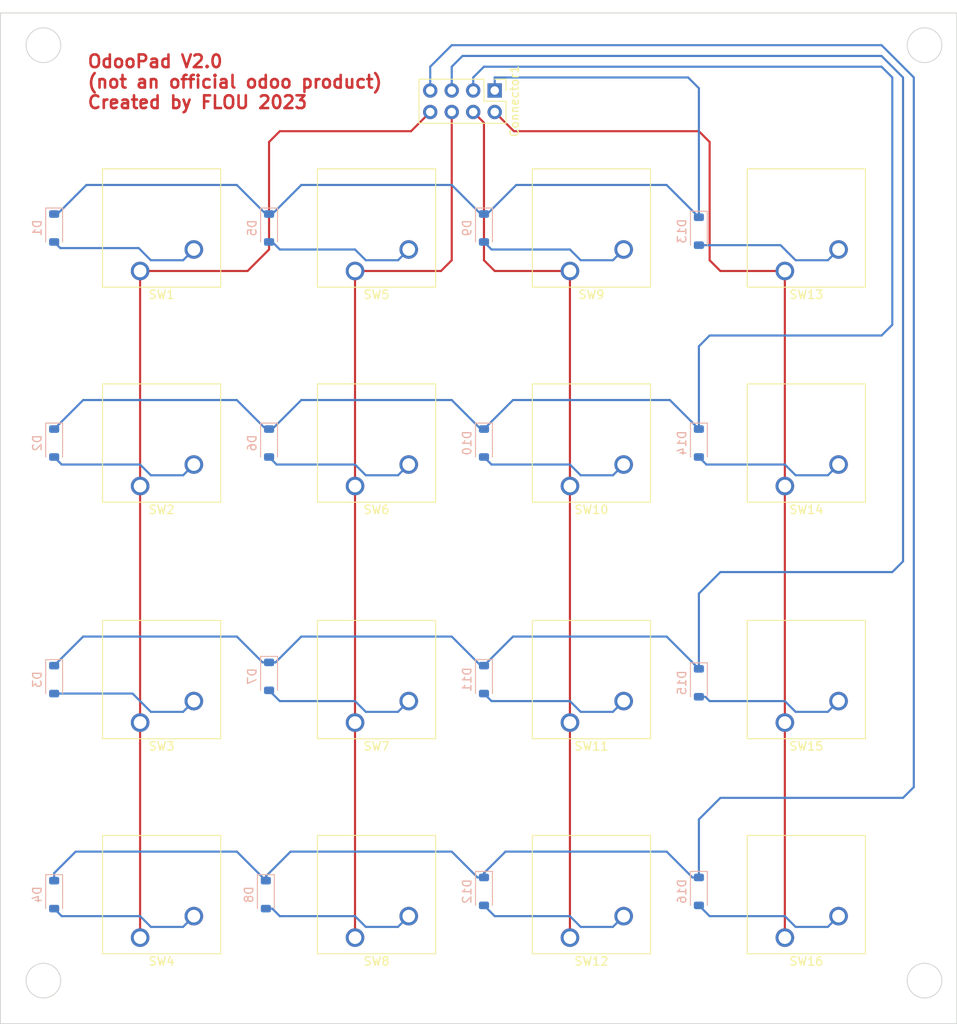
<source format=kicad_pcb>
(kicad_pcb (version 20221018) (generator pcbnew)
  (layers (0 "F.Cu" signal) (31 "B.Cu" signal) (34 "B.Paste" user) (35 "F.Paste" user) (36 "B.SilkS" user "B.Silkscreen") (37 "F.SilkS" user "F.Silkscreen") (38 "B.Mask" user) (39 "F.Mask" user) (44 "Edge.Cuts" user))
  (net 0 "")
  (net 1 "Net-(D1-A)")
  (net 2 "Net-(D2-A)")
  (net 3 "Net-(D3-A)")
  (net 4 "Net-(D4-A)")
  (net 5 "Net-(D5-A)")
  (net 6 "Net-(D6-A)")
  (net 7 "Net-(D7-A)")
  (net 8 "Net-(D8-A)")
  (net 9 "Net-(D9-A)")
  (net 10 "Net-(D10-A)")
  (net 11 "Net-(D11-A)")
  (net 12 "Net-(D12-A)")
  (net 13 "Net-(D13-A)")
  (net 14 "Net-(D14-A)")
  (net 15 "Net-(D15-A)")
  (net 16 "Net-(D16-A)")
  (net 17 "Net-(Connector1-Pin_2)")
  (net 18 "Net-(Connector1-Pin_4)")
  (net 19 "Net-(Connector1-Pin_8)")
  (net 20 "Net-(Connector1-Pin_7)")
  (net 21 "Net-(Connector1-Pin_6)")
  (net 22 "Net-(Connector1-Pin_5)")
  (net 23 "Net-(Connector1-Pin_3)")
  (net 24 "Net-(Connector1-Pin_1)")
  (footprint "Button_Switch_Keyboard:SW_Cherry_MX_1.00u_PCB" (layer "F.Cu") (at 154.94 134.62 180)
    (fp_text reference "SW12" (at -2.54 -2.794) (layer "F.SilkS"))
    (fp_text value "Cherry MX")
    (fp_line (start -9.525 -1.905) (end 4.445 -1.905) (stroke (width 0.12)) (layer "F.SilkS"))
    (fp_line (start -9.525 12.065) (end -9.525 -1.905) (stroke (width 0.12)) (layer "F.SilkS"))
    (fp_line (start 4.445 -1.905) (end 4.445 12.065) (stroke (width 0.12)) (layer "F.SilkS"))
    (fp_line (start 4.445 12.065) (end -9.525 12.065) (stroke (width 0.12)) (layer "F.SilkS"))
    (pad "" np_thru_hole circle (at -7.62 5.08 180) (size 1.7 1.7) (drill 1.7) (layers "*.Cu" "*.Mask"))
    (pad "" np_thru_hole circle (at -2.54 5.08 180) (size 4 4) (drill 4) (layers "*.Cu" "*.Mask"))
    (pad "" np_thru_hole circle (at 2.54 5.08 180) (size 1.7 1.7) (drill 1.7) (layers "*.Cu" "*.Mask"))
    (pad "1" thru_hole circle (at 0 0 180) (size 2.2 2.2) (drill 1.5) (layers "*.Cu" "*.Mask") (net 18 "Net-(Connector1-Pin_4)"))
    (pad "2" thru_hole circle (at -6.35 2.54 180) (size 2.2 2.2) (drill 1.5) (layers "*.Cu" "*.Mask") (net 12 "Net-(D12-A)"))
  )
  (footprint "Button_Switch_Keyboard:SW_Cherry_MX_1.00u_PCB" (layer "F.Cu") (at 180.34 55.88 180)
    (fp_text reference "SW13" (at -2.54 -2.794) (layer "F.SilkS"))
    (fp_text value "Cherry MX")
    (fp_line (start -9.525 -1.905) (end 4.445 -1.905) (stroke (width 0.12)) (layer "F.SilkS"))
    (fp_line (start -9.525 12.065) (end -9.525 -1.905) (stroke (width 0.12)) (layer "F.SilkS"))
    (fp_line (start 4.445 -1.905) (end 4.445 12.065) (stroke (width 0.12)) (layer "F.SilkS"))
    (fp_line (start 4.445 12.065) (end -9.525 12.065) (stroke (width 0.12)) (layer "F.SilkS"))
    (pad "" np_thru_hole circle (at -7.62 5.08 180) (size 1.7 1.7) (drill 1.7) (layers "*.Cu" "*.Mask"))
    (pad "" np_thru_hole circle (at -2.54 5.08 180) (size 4 4) (drill 4) (layers "*.Cu" "*.Mask"))
    (pad "" np_thru_hole circle (at 2.54 5.08 180) (size 1.7 1.7) (drill 1.7) (layers "*.Cu" "*.Mask"))
    (pad "1" thru_hole circle (at 0 0 180) (size 2.2 2.2) (drill 1.5) (layers "*.Cu" "*.Mask") (net 17 "Net-(Connector1-Pin_2)"))
    (pad "2" thru_hole circle (at -6.35 2.54 180) (size 2.2 2.2) (drill 1.5) (layers "*.Cu" "*.Mask") (net 13 "Net-(D13-A)"))
  )
  (footprint "Button_Switch_Keyboard:SW_Cherry_MX_1.00u_PCB" (layer "F.Cu") (at 129.54 81.28 180)
    (fp_text reference "SW6" (at -2.54 -2.794) (layer "F.SilkS"))
    (fp_text value "Cherry MX")
    (fp_line (start -9.525 -1.905) (end 4.445 -1.905) (stroke (width 0.12)) (layer "F.SilkS"))
    (fp_line (start -9.525 12.065) (end -9.525 -1.905) (stroke (width 0.12)) (layer "F.SilkS"))
    (fp_line (start 4.445 -1.905) (end 4.445 12.065) (stroke (width 0.12)) (layer "F.SilkS"))
    (fp_line (start 4.445 12.065) (end -9.525 12.065) (stroke (width 0.12)) (layer "F.SilkS"))
    (pad "" np_thru_hole circle (at -7.62 5.08 180) (size 1.7 1.7) (drill 1.7) (layers "*.Cu" "*.Mask"))
    (pad "" np_thru_hole circle (at -2.54 5.08 180) (size 4 4) (drill 4) (layers "*.Cu" "*.Mask"))
    (pad "" np_thru_hole circle (at 2.54 5.08 180) (size 1.7 1.7) (drill 1.7) (layers "*.Cu" "*.Mask"))
    (pad "1" thru_hole circle (at 0 0 180) (size 2.2 2.2) (drill 1.5) (layers "*.Cu" "*.Mask") (net 21 "Net-(Connector1-Pin_6)"))
    (pad "2" thru_hole circle (at -6.35 2.54 180) (size 2.2 2.2) (drill 1.5) (layers "*.Cu" "*.Mask") (net 6 "Net-(D6-A)"))
  )
  (footprint "Button_Switch_Keyboard:SW_Cherry_MX_1.00u_PCB" (layer "F.Cu") (at 104.14 55.88 180)
    (fp_text reference "SW1" (at -2.54 -2.794) (layer "F.SilkS"))
    (fp_text value "Cherry MX")
    (fp_line (start -9.525 -1.905) (end 4.445 -1.905) (stroke (width 0.12)) (layer "F.SilkS"))
    (fp_line (start -9.525 12.065) (end -9.525 -1.905) (stroke (width 0.12)) (layer "F.SilkS"))
    (fp_line (start 4.445 -1.905) (end 4.445 12.065) (stroke (width 0.12)) (layer "F.SilkS"))
    (fp_line (start 4.445 12.065) (end -9.525 12.065) (stroke (width 0.12)) (layer "F.SilkS"))
    (pad "" np_thru_hole circle (at -7.62 5.08 180) (size 1.7 1.7) (drill 1.7) (layers "*.Cu" "*.Mask"))
    (pad "" np_thru_hole circle (at -2.54 5.08 180) (size 4 4) (drill 4) (layers "*.Cu" "*.Mask"))
    (pad "" np_thru_hole circle (at 2.54 5.08 180) (size 1.7 1.7) (drill 1.7) (layers "*.Cu" "*.Mask"))
    (pad "1" thru_hole circle (at 0 0 180) (size 2.2 2.2) (drill 1.5) (layers "*.Cu" "*.Mask") (net 19 "Net-(Connector1-Pin_8)"))
    (pad "2" thru_hole circle (at -6.35 2.54 180) (size 2.2 2.2) (drill 1.5) (layers "*.Cu" "*.Mask") (net 1 "Net-(D1-A)"))
  )
  (footprint "Button_Switch_Keyboard:SW_Cherry_MX_1.00u_PCB" (layer "F.Cu") (at 180.34 109.22 180)
    (fp_text reference "SW15" (at -2.54 -2.794) (layer "F.SilkS"))
    (fp_text value "Cherry MX")
    (fp_line (start -9.525 -1.905) (end 4.445 -1.905) (stroke (width 0.12)) (layer "F.SilkS"))
    (fp_line (start -9.525 12.065) (end -9.525 -1.905) (stroke (width 0.12)) (layer "F.SilkS"))
    (fp_line (start 4.445 -1.905) (end 4.445 12.065) (stroke (width 0.12)) (layer "F.SilkS"))
    (fp_line (start 4.445 12.065) (end -9.525 12.065) (stroke (width 0.12)) (layer "F.SilkS"))
    (pad "" np_thru_hole circle (at -7.62 5.08 180) (size 1.7 1.7) (drill 1.7) (layers "*.Cu" "*.Mask"))
    (pad "" np_thru_hole circle (at -2.54 5.08 180) (size 4 4) (drill 4) (layers "*.Cu" "*.Mask"))
    (pad "" np_thru_hole circle (at 2.54 5.08 180) (size 1.7 1.7) (drill 1.7) (layers "*.Cu" "*.Mask"))
    (pad "1" thru_hole circle (at 0 0 180) (size 2.2 2.2) (drill 1.5) (layers "*.Cu" "*.Mask") (net 17 "Net-(Connector1-Pin_2)"))
    (pad "2" thru_hole circle (at -6.35 2.54 180) (size 2.2 2.2) (drill 1.5) (layers "*.Cu" "*.Mask") (net 15 "Net-(D15-A)"))
  )
  (footprint "Button_Switch_Keyboard:SW_Cherry_MX_1.00u_PCB" (layer "F.Cu") (at 180.34 134.62 180)
    (fp_text reference "SW16" (at -2.54 -2.794) (layer "F.SilkS"))
    (fp_text value "Cherry MX")
    (fp_line (start -9.525 -1.905) (end 4.445 -1.905) (stroke (width 0.12)) (layer "F.SilkS"))
    (fp_line (start -9.525 12.065) (end -9.525 -1.905) (stroke (width 0.12)) (layer "F.SilkS"))
    (fp_line (start 4.445 -1.905) (end 4.445 12.065) (stroke (width 0.12)) (layer "F.SilkS"))
    (fp_line (start 4.445 12.065) (end -9.525 12.065) (stroke (width 0.12)) (layer "F.SilkS"))
    (pad "" np_thru_hole circle (at -7.62 5.08 180) (size 1.7 1.7) (drill 1.7) (layers "*.Cu" "*.Mask"))
    (pad "" np_thru_hole circle (at -2.54 5.08 180) (size 4 4) (drill 4) (layers "*.Cu" "*.Mask"))
    (pad "" np_thru_hole circle (at 2.54 5.08 180) (size 1.7 1.7) (drill 1.7) (layers "*.Cu" "*.Mask"))
    (pad "1" thru_hole circle (at 0 0 180) (size 2.2 2.2) (drill 1.5) (layers "*.Cu" "*.Mask") (net 17 "Net-(Connector1-Pin_2)"))
    (pad "2" thru_hole circle (at -6.35 2.54 180) (size 2.2 2.2) (drill 1.5) (layers "*.Cu" "*.Mask") (net 16 "Net-(D16-A)"))
  )
  (footprint "Button_Switch_Keyboard:SW_Cherry_MX_1.00u_PCB" (layer "F.Cu") (at 154.94 55.88 180)
    (fp_text reference "SW9" (at -2.54 -2.794) (layer "F.SilkS"))
    (fp_text value "Cherry MX")
    (fp_line (start -9.525 -1.905) (end 4.445 -1.905) (stroke (width 0.12)) (layer "F.SilkS"))
    (fp_line (start -9.525 12.065) (end -9.525 -1.905) (stroke (width 0.12)) (layer "F.SilkS"))
    (fp_line (start 4.445 -1.905) (end 4.445 12.065) (stroke (width 0.12)) (layer "F.SilkS"))
    (fp_line (start 4.445 12.065) (end -9.525 12.065) (stroke (width 0.12)) (layer "F.SilkS"))
    (pad "" np_thru_hole circle (at -7.62 5.08 180) (size 1.7 1.7) (drill 1.7) (layers "*.Cu" "*.Mask"))
    (pad "" np_thru_hole circle (at -2.54 5.08 180) (size 4 4) (drill 4) (layers "*.Cu" "*.Mask"))
    (pad "" np_thru_hole circle (at 2.54 5.08 180) (size 1.7 1.7) (drill 1.7) (layers "*.Cu" "*.Mask"))
    (pad "1" thru_hole circle (at 0 0 180) (size 2.2 2.2) (drill 1.5) (layers "*.Cu" "*.Mask") (net 18 "Net-(Connector1-Pin_4)"))
    (pad "2" thru_hole circle (at -6.35 2.54 180) (size 2.2 2.2) (drill 1.5) (layers "*.Cu" "*.Mask") (net 9 "Net-(D9-A)"))
  )
  (footprint "Button_Switch_Keyboard:SW_Cherry_MX_1.00u_PCB" (layer "F.Cu") (at 129.54 134.62 180)
    (fp_text reference "SW8" (at -2.54 -2.794) (layer "F.SilkS"))
    (fp_text value "Cherry MX")
    (fp_line (start -9.525 -1.905) (end 4.445 -1.905) (stroke (width 0.12)) (layer "F.SilkS"))
    (fp_line (start -9.525 12.065) (end -9.525 -1.905) (stroke (width 0.12)) (layer "F.SilkS"))
    (fp_line (start 4.445 -1.905) (end 4.445 12.065) (stroke (width 0.12)) (layer "F.SilkS"))
    (fp_line (start 4.445 12.065) (end -9.525 12.065) (stroke (width 0.12)) (layer "F.SilkS"))
    (pad "" np_thru_hole circle (at -7.62 5.08 180) (size 1.7 1.7) (drill 1.7) (layers "*.Cu" "*.Mask"))
    (pad "" np_thru_hole circle (at -2.54 5.08 180) (size 4 4) (drill 4) (layers "*.Cu" "*.Mask"))
    (pad "" np_thru_hole circle (at 2.54 5.08 180) (size 1.7 1.7) (drill 1.7) (layers "*.Cu" "*.Mask"))
    (pad "1" thru_hole circle (at 0 0 180) (size 2.2 2.2) (drill 1.5) (layers "*.Cu" "*.Mask") (net 21 "Net-(Connector1-Pin_6)"))
    (pad "2" thru_hole circle (at -6.35 2.54 180) (size 2.2 2.2) (drill 1.5) (layers "*.Cu" "*.Mask") (net 8 "Net-(D8-A)"))
  )
  (footprint "Connector_PinHeader_2.54mm:PinHeader_2x04_P2.54mm_Vertical" (layer "F.Cu") (at 146.05 34.56 -90)
    (fp_text reference "Connector1" (at 1.27 -2.33 -90) (layer "F.SilkS"))
    (fp_text value "Conn_02x04_Counter_Clockwise")
    (fp_line (start -1.33 -1.33) (end 0 -1.33) (stroke (width 0.12)) (layer "F.SilkS"))
    (fp_line (start -1.33 0) (end -1.33 -1.33) (stroke (width 0.12)) (layer "F.SilkS"))
    (fp_line (start -1.33 1.27) (end -1.33 8.95) (stroke (width 0.12)) (layer "F.SilkS"))
    (fp_line (start -1.33 1.27) (end 1.27 1.27) (stroke (width 0.12)) (layer "F.SilkS"))
    (fp_line (start -1.33 8.95) (end 3.87 8.95) (stroke (width 0.12)) (layer "F.SilkS"))
    (fp_line (start 1.27 -1.33) (end 3.87 -1.33) (stroke (width 0.12)) (layer "F.SilkS"))
    (fp_line (start 1.27 1.27) (end 1.27 -1.33) (stroke (width 0.12)) (layer "F.SilkS"))
    (fp_line (start 3.87 -1.33) (end 3.87 8.95) (stroke (width 0.12)) (layer "F.SilkS"))
    (pad "1" thru_hole rect (at 0 0 270) (size 1.7 1.7) (drill 1) (layers "*.Cu" "*.Mask") (net 24 "Net-(Connector1-Pin_1)"))
    (pad "2" thru_hole oval (at 2.54 0 270) (size 1.7 1.7) (drill 1) (layers "*.Cu" "*.Mask") (net 17 "Net-(Connector1-Pin_2)"))
    (pad "3" thru_hole oval (at 0 2.54 270) (size 1.7 1.7) (drill 1) (layers "*.Cu" "*.Mask") (net 23 "Net-(Connector1-Pin_3)"))
    (pad "4" thru_hole oval (at 2.54 2.54 270) (size 1.7 1.7) (drill 1) (layers "*.Cu" "*.Mask") (net 18 "Net-(Connector1-Pin_4)"))
    (pad "5" thru_hole oval (at 0 5.08 270) (size 1.7 1.7) (drill 1) (layers "*.Cu" "*.Mask") (net 22 "Net-(Connector1-Pin_5)"))
    (pad "6" thru_hole oval (at 2.54 5.08 270) (size 1.7 1.7) (drill 1) (layers "*.Cu" "*.Mask") (net 21 "Net-(Connector1-Pin_6)"))
    (pad "7" thru_hole oval (at 0 7.62 270) (size 1.7 1.7) (drill 1) (layers "*.Cu" "*.Mask") (net 20 "Net-(Connector1-Pin_7)"))
    (pad "8" thru_hole oval (at 2.54 7.62 270) (size 1.7 1.7) (drill 1) (layers "*.Cu" "*.Mask") (net 19 "Net-(Connector1-Pin_8)"))
  )
  (footprint "Button_Switch_Keyboard:SW_Cherry_MX_1.00u_PCB" (layer "F.Cu") (at 129.54 55.88 180)
    (fp_text reference "SW5" (at -2.54 -2.794) (layer "F.SilkS"))
    (fp_text value "Cherry MX")
    (fp_line (start -9.525 -1.905) (end 4.445 -1.905) (stroke (width 0.12)) (layer "F.SilkS"))
    (fp_line (start -9.525 12.065) (end -9.525 -1.905) (stroke (width 0.12)) (layer "F.SilkS"))
    (fp_line (start 4.445 -1.905) (end 4.445 12.065) (stroke (width 0.12)) (layer "F.SilkS"))
    (fp_line (start 4.445 12.065) (end -9.525 12.065) (stroke (width 0.12)) (layer "F.SilkS"))
    (pad "" np_thru_hole circle (at -7.62 5.08 180) (size 1.7 1.7) (drill 1.7) (layers "*.Cu" "*.Mask"))
    (pad "" np_thru_hole circle (at -2.54 5.08 180) (size 4 4) (drill 4) (layers "*.Cu" "*.Mask"))
    (pad "" np_thru_hole circle (at 2.54 5.08 180) (size 1.7 1.7) (drill 1.7) (layers "*.Cu" "*.Mask"))
    (pad "1" thru_hole circle (at 0 0 180) (size 2.2 2.2) (drill 1.5) (layers "*.Cu" "*.Mask") (net 21 "Net-(Connector1-Pin_6)"))
    (pad "2" thru_hole circle (at -6.35 2.54 180) (size 2.2 2.2) (drill 1.5) (layers "*.Cu" "*.Mask") (net 5 "Net-(D5-A)"))
  )
  (footprint "Button_Switch_Keyboard:SW_Cherry_MX_1.00u_PCB" (layer "F.Cu") (at 129.54 109.22 180)
    (fp_text reference "SW7" (at -2.54 -2.794) (layer "F.SilkS"))
    (fp_text value "Cherry MX")
    (fp_line (start -9.525 -1.905) (end 4.445 -1.905) (stroke (width 0.12)) (layer "F.SilkS"))
    (fp_line (start -9.525 12.065) (end -9.525 -1.905) (stroke (width 0.12)) (layer "F.SilkS"))
    (fp_line (start 4.445 -1.905) (end 4.445 12.065) (stroke (width 0.12)) (layer "F.SilkS"))
    (fp_line (start 4.445 12.065) (end -9.525 12.065) (stroke (width 0.12)) (layer "F.SilkS"))
    (pad "" np_thru_hole circle (at -7.62 5.08 180) (size 1.7 1.7) (drill 1.7) (layers "*.Cu" "*.Mask"))
    (pad "" np_thru_hole circle (at -2.54 5.08 180) (size 4 4) (drill 4) (layers "*.Cu" "*.Mask"))
    (pad "" np_thru_hole circle (at 2.54 5.08 180) (size 1.7 1.7) (drill 1.7) (layers "*.Cu" "*.Mask"))
    (pad "1" thru_hole circle (at 0 0 180) (size 2.2 2.2) (drill 1.5) (layers "*.Cu" "*.Mask") (net 21 "Net-(Connector1-Pin_6)"))
    (pad "2" thru_hole circle (at -6.35 2.54 180) (size 2.2 2.2) (drill 1.5) (layers "*.Cu" "*.Mask") (net 7 "Net-(D7-A)"))
  )
  (footprint "Button_Switch_Keyboard:SW_Cherry_MX_1.00u_PCB" (layer "F.Cu") (at 180.34 81.28 180)
    (fp_text reference "SW14" (at -2.54 -2.794) (layer "F.SilkS"))
    (fp_text value "Cherry MX")
    (fp_line (start -9.525 -1.905) (end 4.445 -1.905) (stroke (width 0.12)) (layer "F.SilkS"))
    (fp_line (start -9.525 12.065) (end -9.525 -1.905) (stroke (width 0.12)) (layer "F.SilkS"))
    (fp_line (start 4.445 -1.905) (end 4.445 12.065) (stroke (width 0.12)) (layer "F.SilkS"))
    (fp_line (start 4.445 12.065) (end -9.525 12.065) (stroke (width 0.12)) (layer "F.SilkS"))
    (pad "" np_thru_hole circle (at -7.62 5.08 180) (size 1.7 1.7) (drill 1.7) (layers "*.Cu" "*.Mask"))
    (pad "" np_thru_hole circle (at -2.54 5.08 180) (size 4 4) (drill 4) (layers "*.Cu" "*.Mask"))
    (pad "" np_thru_hole circle (at 2.54 5.08 180) (size 1.7 1.7) (drill 1.7) (layers "*.Cu" "*.Mask"))
    (pad "1" thru_hole circle (at 0 0 180) (size 2.2 2.2) (drill 1.5) (layers "*.Cu" "*.Mask") (net 17 "Net-(Connector1-Pin_2)"))
    (pad "2" thru_hole circle (at -6.35 2.54 180) (size 2.2 2.2) (drill 1.5) (layers "*.Cu" "*.Mask") (net 14 "Net-(D14-A)"))
  )
  (footprint "Button_Switch_Keyboard:SW_Cherry_MX_1.00u_PCB" (layer "F.Cu") (at 104.14 109.22 180)
    (fp_text reference "SW3" (at -2.54 -2.794) (layer "F.SilkS"))
    (fp_text value "Cherry MX")
    (fp_line (start -9.525 -1.905) (end 4.445 -1.905) (stroke (width 0.12)) (layer "F.SilkS"))
    (fp_line (start -9.525 12.065) (end -9.525 -1.905) (stroke (width 0.12)) (layer "F.SilkS"))
    (fp_line (start 4.445 -1.905) (end 4.445 12.065) (stroke (width 0.12)) (layer "F.SilkS"))
    (fp_line (start 4.445 12.065) (end -9.525 12.065) (stroke (width 0.12)) (layer "F.SilkS"))
    (pad "" np_thru_hole circle (at -7.62 5.08 180) (size 1.7 1.7) (drill 1.7) (layers "*.Cu" "*.Mask"))
    (pad "" np_thru_hole circle (at -2.54 5.08 180) (size 4 4) (drill 4) (layers "*.Cu" "*.Mask"))
    (pad "" np_thru_hole circle (at 2.54 5.08 180) (size 1.7 1.7) (drill 1.7) (layers "*.Cu" "*.Mask"))
    (pad "1" thru_hole circle (at 0 0 180) (size 2.2 2.2) (drill 1.5) (layers "*.Cu" "*.Mask") (net 19 "Net-(Connector1-Pin_8)"))
    (pad "2" thru_hole circle (at -6.35 2.54 180) (size 2.2 2.2) (drill 1.5) (layers "*.Cu" "*.Mask") (net 3 "Net-(D3-A)"))
  )
  (footprint "Button_Switch_Keyboard:SW_Cherry_MX_1.00u_PCB" (layer "F.Cu") (at 154.94 109.22 180)
    (fp_text reference "SW11" (at -2.54 -2.794) (layer "F.SilkS"))
    (fp_text value "Cherry MX")
    (fp_line (start -9.525 -1.905) (end 4.445 -1.905) (stroke (width 0.12)) (layer "F.SilkS"))
    (fp_line (start -9.525 12.065) (end -9.525 -1.905) (stroke (width 0.12)) (layer "F.SilkS"))
    (fp_line (start 4.445 -1.905) (end 4.445 12.065) (stroke (width 0.12)) (layer "F.SilkS"))
    (fp_line (start 4.445 12.065) (end -9.525 12.065) (stroke (width 0.12)) (layer "F.SilkS"))
    (pad "" np_thru_hole circle (at -7.62 5.08 180) (size 1.7 1.7) (drill 1.7) (layers "*.Cu" "*.Mask"))
    (pad "" np_thru_hole circle (at -2.54 5.08 180) (size 4 4) (drill 4) (layers "*.Cu" "*.Mask"))
    (pad "" np_thru_hole circle (at 2.54 5.08 180) (size 1.7 1.7) (drill 1.7) (layers "*.Cu" "*.Mask"))
    (pad "1" thru_hole circle (at 0 0 180) (size 2.2 2.2) (drill 1.5) (layers "*.Cu" "*.Mask") (net 18 "Net-(Connector1-Pin_4)"))
    (pad "2" thru_hole circle (at -6.35 2.54 180) (size 2.2 2.2) (drill 1.5) (layers "*.Cu" "*.Mask") (net 11 "Net-(D11-A)"))
  )
  (footprint "Button_Switch_Keyboard:SW_Cherry_MX_1.00u_PCB" (layer "F.Cu") (at 104.14 134.62 180)
    (fp_text reference "SW4" (at -2.54 -2.794) (layer "F.SilkS"))
    (fp_text value "Cherry MX")
    (fp_line (start -9.525 -1.905) (end 4.445 -1.905) (stroke (width 0.12)) (layer "F.SilkS"))
    (fp_line (start -9.525 12.065) (end -9.525 -1.905) (stroke (width 0.12)) (layer "F.SilkS"))
    (fp_line (start 4.445 -1.905) (end 4.445 12.065) (stroke (width 0.12)) (layer "F.SilkS"))
    (fp_line (start 4.445 12.065) (end -9.525 12.065) (stroke (width 0.12)) (layer "F.SilkS"))
    (pad "" np_thru_hole circle (at -7.62 5.08 180) (size 1.7 1.7) (drill 1.7) (layers "*.Cu" "*.Mask"))
    (pad "" np_thru_hole circle (at -2.54 5.08 180) (size 4 4) (drill 4) (layers "*.Cu" "*.Mask"))
    (pad "" np_thru_hole circle (at 2.54 5.08 180) (size 1.7 1.7) (drill 1.7) (layers "*.Cu" "*.Mask"))
    (pad "1" thru_hole circle (at 0 0 180) (size 2.2 2.2) (drill 1.5) (layers "*.Cu" "*.Mask") (net 19 "Net-(Connector1-Pin_8)"))
    (pad "2" thru_hole circle (at -6.35 2.54 180) (size 2.2 2.2) (drill 1.5) (layers "*.Cu" "*.Mask") (net 4 "Net-(D4-A)"))
  )
  (footprint "Button_Switch_Keyboard:SW_Cherry_MX_1.00u_PCB" (layer "F.Cu") (at 154.94 81.28 180)
    (fp_text reference "SW10" (at -2.54 -2.794) (layer "F.SilkS"))
    (fp_text value "Cherry MX")
    (fp_line (start -9.525 -1.905) (end 4.445 -1.905) (stroke (width 0.12)) (layer "F.SilkS"))
    (fp_line (start -9.525 12.065) (end -9.525 -1.905) (stroke (width 0.12)) (layer "F.SilkS"))
    (fp_line (start 4.445 -1.905) (end 4.445 12.065) (stroke (width 0.12)) (layer "F.SilkS"))
    (fp_line (start 4.445 12.065) (end -9.525 12.065) (stroke (width 0.12)) (layer "F.SilkS"))
    (pad "" np_thru_hole circle (at -7.62 5.08 180) (size 1.7 1.7) (drill 1.7) (layers "*.Cu" "*.Mask"))
    (pad "" np_thru_hole circle (at -2.54 5.08 180) (size 4 4) (drill 4) (layers "*.Cu" "*.Mask"))
    (pad "" np_thru_hole circle (at 2.54 5.08 180) (size 1.7 1.7) (drill 1.7) (layers "*.Cu" "*.Mask"))
    (pad "1" thru_hole circle (at 0 0 180) (size 2.2 2.2) (drill 1.5) (layers "*.Cu" "*.Mask") (net 18 "Net-(Connector1-Pin_4)"))
    (pad "2" thru_hole circle (at -6.35 2.54 180) (size 2.2 2.2) (drill 1.5) (layers "*.Cu" "*.Mask") (net 10 "Net-(D10-A)"))
  )
  (footprint "Button_Switch_Keyboard:SW_Cherry_MX_1.00u_PCB" (layer "F.Cu") (at 104.14 81.28 180)
    (fp_text reference "SW2" (at -2.54 -2.794) (layer "F.SilkS"))
    (fp_text value "Cherry MX")
    (fp_line (start -9.525 -1.905) (end 4.445 -1.905) (stroke (width 0.12)) (layer "F.SilkS"))
    (fp_line (start -9.525 12.065) (end -9.525 -1.905) (stroke (width 0.12)) (layer "F.SilkS"))
    (fp_line (start 4.445 -1.905) (end 4.445 12.065) (stroke (width 0.12)) (layer "F.SilkS"))
    (fp_line (start 4.445 12.065) (end -9.525 12.065) (stroke (width 0.12)) (layer "F.SilkS"))
    (pad "" np_thru_hole circle (at -7.62 5.08 180) (size 1.7 1.7) (drill 1.7) (layers "*.Cu" "*.Mask"))
    (pad "" np_thru_hole circle (at -2.54 5.08 180) (size 4 4) (drill 4) (layers "*.Cu" "*.Mask"))
    (pad "" np_thru_hole circle (at 2.54 5.08 180) (size 1.7 1.7) (drill 1.7) (layers "*.Cu" "*.Mask"))
    (pad "1" thru_hole circle (at 0 0 180) (size 2.2 2.2) (drill 1.5) (layers "*.Cu" "*.Mask") (net 19 "Net-(Connector1-Pin_8)"))
    (pad "2" thru_hole circle (at -6.35 2.54 180) (size 2.2 2.2) (drill 1.5) (layers "*.Cu" "*.Mask") (net 2 "Net-(D2-A)"))
  )
  (footprint "Diode_SMD:D_SOD-123" (layer "B.Cu") (at 144.78 50.8 -90)
    (fp_text reference "D9" (at 0 2 -270) (layer "B.SilkS") (effects (justify mirror)))
    (fp_text value "1N4148W")
    (fp_line (start -2.36 -1) (end 1.65 -1) (stroke (width 0.12)) (layer "B.SilkS"))
    (fp_line (start -2.36 1) (end -2.36 -1) (stroke (width 0.12)) (layer "B.SilkS"))
    (fp_line (start -2.36 1) (end 1.65 1) (stroke (width 0.12)) (layer "B.SilkS"))
    (pad "1" smd roundrect (at -1.65 0 270) (size 0.9 1.2) (layers "B.Cu" "B.Paste" "B.Mask") (net 24 "Net-(Connector1-Pin_1)"))
    (pad "2" smd roundrect (at 1.65 0 270) (size 0.9 1.2) (layers "B.Cu" "B.Paste" "B.Mask") (net 9 "Net-(D9-A)"))
  )
  (footprint "Diode_SMD:D_SOD-123" (layer "B.Cu") (at 119.38 76.2 -90)
    (fp_text reference "D6" (at 0 2 90) (layer "B.SilkS") (effects (justify mirror)))
    (fp_text value "1N4148W")
    (fp_line (start -2.36 -1) (end 1.65 -1) (stroke (width 0.12)) (layer "B.SilkS"))
    (fp_line (start -2.36 1) (end -2.36 -1) (stroke (width 0.12)) (layer "B.SilkS"))
    (fp_line (start -2.36 1) (end 1.65 1) (stroke (width 0.12)) (layer "B.SilkS"))
    (pad "1" smd roundrect (at -1.65 0 270) (size 0.9 1.2) (layers "B.Cu" "B.Paste" "B.Mask") (net 23 "Net-(Connector1-Pin_3)"))
    (pad "2" smd roundrect (at 1.65 0 270) (size 0.9 1.2) (layers "B.Cu" "B.Paste" "B.Mask") (net 6 "Net-(D6-A)"))
  )
  (footprint "Diode_SMD:D_SOD-123" (layer "B.Cu") (at 93.98 104.14 -90)
    (fp_text reference "D3" (at 0 2 90) (layer "B.SilkS") (effects (justify mirror)))
    (fp_text value "1N4148W")
    (fp_line (start -2.36 -1) (end 1.65 -1) (stroke (width 0.12)) (layer "B.SilkS"))
    (fp_line (start -2.36 1) (end -2.36 -1) (stroke (width 0.12)) (layer "B.SilkS"))
    (fp_line (start -2.36 1) (end 1.65 1) (stroke (width 0.12)) (layer "B.SilkS"))
    (pad "1" smd roundrect (at -1.65 0 270) (size 0.9 1.2) (layers "B.Cu" "B.Paste" "B.Mask") (net 22 "Net-(Connector1-Pin_5)"))
    (pad "2" smd roundrect (at 1.65 0 270) (size 0.9 1.2) (layers "B.Cu" "B.Paste" "B.Mask") (net 3 "Net-(D3-A)"))
  )
  (footprint "Diode_SMD:D_SOD-123" (layer "B.Cu") (at 170.18 104.52 -90)
    (fp_text reference "D15" (at 0 2 90) (layer "B.SilkS") (effects (justify mirror)))
    (fp_text value "1N4148W")
    (fp_line (start -2.36 -1) (end 1.65 -1) (stroke (width 0.12)) (layer "B.SilkS"))
    (fp_line (start -2.36 1) (end -2.36 -1) (stroke (width 0.12)) (layer "B.SilkS"))
    (fp_line (start -2.36 1) (end 1.65 1) (stroke (width 0.12)) (layer "B.SilkS"))
    (pad "1" smd roundrect (at -1.65 0 270) (size 0.9 1.2) (layers "B.Cu" "B.Paste" "B.Mask") (net 22 "Net-(Connector1-Pin_5)"))
    (pad "2" smd roundrect (at 1.65 0 270) (size 0.9 1.2) (layers "B.Cu" "B.Paste" "B.Mask") (net 15 "Net-(D15-A)"))
  )
  (footprint "Diode_SMD:D_SOD-123" (layer "B.Cu") (at 119.38 50.8 -90)
    (fp_text reference "D5" (at 0 2 -270) (layer "B.SilkS") (effects (justify mirror)))
    (fp_text value "1N4148W")
    (fp_line (start -2.36 -1) (end 1.65 -1) (stroke (width 0.12)) (layer "B.SilkS"))
    (fp_line (start -2.36 1) (end -2.36 -1) (stroke (width 0.12)) (layer "B.SilkS"))
    (fp_line (start -2.36 1) (end 1.65 1) (stroke (width 0.12)) (layer "B.SilkS"))
    (pad "1" smd roundrect (at -1.65 0 270) (size 0.9 1.2) (layers "B.Cu" "B.Paste" "B.Mask") (net 24 "Net-(Connector1-Pin_1)"))
    (pad "2" smd roundrect (at 1.65 0 270) (size 0.9 1.2) (layers "B.Cu" "B.Paste" "B.Mask") (net 5 "Net-(D5-A)"))
  )
  (footprint "Diode_SMD:D_SOD-123" (layer "B.Cu") (at 144.78 76.2 -90)
    (fp_text reference "D10" (at 0 2 90) (layer "B.SilkS") (effects (justify mirror)))
    (fp_text value "1N4148W")
    (fp_line (start -2.36 -1) (end 1.65 -1) (stroke (width 0.12)) (layer "B.SilkS"))
    (fp_line (start -2.36 1) (end -2.36 -1) (stroke (width 0.12)) (layer "B.SilkS"))
    (fp_line (start -2.36 1) (end 1.65 1) (stroke (width 0.12)) (layer "B.SilkS"))
    (pad "1" smd roundrect (at -1.65 0 270) (size 0.9 1.2) (layers "B.Cu" "B.Paste" "B.Mask") (net 23 "Net-(Connector1-Pin_3)"))
    (pad "2" smd roundrect (at 1.65 0 270) (size 0.9 1.2) (layers "B.Cu" "B.Paste" "B.Mask") (net 10 "Net-(D10-A)"))
  )
  (footprint "Diode_SMD:D_SOD-123" (layer "B.Cu") (at 170.18 129.16 -90)
    (fp_text reference "D16" (at 0 2 90) (layer "B.SilkS") (effects (justify mirror)))
    (fp_text value "1N4148W")
    (fp_line (start -2.36 -1) (end 1.65 -1) (stroke (width 0.12)) (layer "B.SilkS"))
    (fp_line (start -2.36 1) (end -2.36 -1) (stroke (width 0.12)) (layer "B.SilkS"))
    (fp_line (start -2.36 1) (end 1.65 1) (stroke (width 0.12)) (layer "B.SilkS"))
    (pad "1" smd roundrect (at -1.65 0 270) (size 0.9 1.2) (layers "B.Cu" "B.Paste" "B.Mask") (net 20 "Net-(Connector1-Pin_7)"))
    (pad "2" smd roundrect (at 1.65 0 270) (size 0.9 1.2) (layers "B.Cu" "B.Paste" "B.Mask") (net 16 "Net-(D16-A)"))
  )
  (footprint "Diode_SMD:D_SOD-123" (layer "B.Cu") (at 119 129.54 -90)
    (fp_text reference "D8" (at 0 2 90) (layer "B.SilkS") (effects (justify mirror)))
    (fp_text value "1N4148W")
    (fp_line (start -2.36 -1) (end 1.65 -1) (stroke (width 0.12)) (layer "B.SilkS"))
    (fp_line (start -2.36 1) (end -2.36 -1) (stroke (width 0.12)) (layer "B.SilkS"))
    (fp_line (start -2.36 1) (end 1.65 1) (stroke (width 0.12)) (layer "B.SilkS"))
    (pad "1" smd roundrect (at -1.65 0 270) (size 0.9 1.2) (layers "B.Cu" "B.Paste" "B.Mask") (net 20 "Net-(Connector1-Pin_7)"))
    (pad "2" smd roundrect (at 1.65 0 270) (size 0.9 1.2) (layers "B.Cu" "B.Paste" "B.Mask") (net 8 "Net-(D8-A)"))
  )
  (footprint "Diode_SMD:D_SOD-123" (layer "B.Cu") (at 144.78 104.14 -90)
    (fp_text reference "D11" (at 0 2 90) (layer "B.SilkS") (effects (justify mirror)))
    (fp_text value "1N4148W")
    (fp_line (start -2.36 -1) (end 1.65 -1) (stroke (width 0.12)) (layer "B.SilkS"))
    (fp_line (start -2.36 1) (end -2.36 -1) (stroke (width 0.12)) (layer "B.SilkS"))
    (fp_line (start -2.36 1) (end 1.65 1) (stroke (width 0.12)) (layer "B.SilkS"))
    (pad "1" smd roundrect (at -1.65 0 270) (size 0.9 1.2) (layers "B.Cu" "B.Paste" "B.Mask") (net 22 "Net-(Connector1-Pin_5)"))
    (pad "2" smd roundrect (at 1.65 0 270) (size 0.9 1.2) (layers "B.Cu" "B.Paste" "B.Mask") (net 11 "Net-(D11-A)"))
  )
  (footprint "Diode_SMD:D_SOD-123" (layer "B.Cu") (at 93.98 50.8 -90)
    (fp_text reference "D1" (at 0 2 -270) (layer "B.SilkS") (effects (justify mirror)))
    (fp_text value "1N4148W")
    (fp_line (start -2.36 -1) (end 1.65 -1) (stroke (width 0.12)) (layer "B.SilkS"))
    (fp_line (start -2.36 1) (end -2.36 -1) (stroke (width 0.12)) (layer "B.SilkS"))
    (fp_line (start -2.36 1) (end 1.65 1) (stroke (width 0.12)) (layer "B.SilkS"))
    (pad "1" smd roundrect (at -1.65 0 270) (size 0.9 1.2) (layers "B.Cu" "B.Paste" "B.Mask") (net 24 "Net-(Connector1-Pin_1)"))
    (pad "2" smd roundrect (at 1.65 0 270) (size 0.9 1.2) (layers "B.Cu" "B.Paste" "B.Mask") (net 1 "Net-(D1-A)"))
  )
  (footprint "Diode_SMD:D_SOD-123" (layer "B.Cu") (at 144.78 129.16 -90)
    (fp_text reference "D12" (at 0 2 90) (layer "B.SilkS") (effects (justify mirror)))
    (fp_text value "1N4148W")
    (fp_line (start -2.36 -1) (end 1.65 -1) (stroke (width 0.12)) (layer "B.SilkS"))
    (fp_line (start -2.36 1) (end -2.36 -1) (stroke (width 0.12)) (layer "B.SilkS"))
    (fp_line (start -2.36 1) (end 1.65 1) (stroke (width 0.12)) (layer "B.SilkS"))
    (pad "1" smd roundrect (at -1.65 0 270) (size 0.9 1.2) (layers "B.Cu" "B.Paste" "B.Mask") (net 20 "Net-(Connector1-Pin_7)"))
    (pad "2" smd roundrect (at 1.65 0 270) (size 0.9 1.2) (layers "B.Cu" "B.Paste" "B.Mask") (net 12 "Net-(D12-A)"))
  )
  (footprint "Diode_SMD:D_SOD-123" (layer "B.Cu") (at 170.18 51.18 -90)
    (fp_text reference "D13" (at 0 2 90) (layer "B.SilkS") (effects (justify mirror)))
    (fp_text value "1N4148W")
    (fp_line (start -2.36 -1) (end 1.65 -1) (stroke (width 0.12)) (layer "B.SilkS"))
    (fp_line (start -2.36 1) (end -2.36 -1) (stroke (width 0.12)) (layer "B.SilkS"))
    (fp_line (start -2.36 1) (end 1.65 1) (stroke (width 0.12)) (layer "B.SilkS"))
    (pad "1" smd roundrect (at -1.65 0 270) (size 0.9 1.2) (layers "B.Cu" "B.Paste" "B.Mask") (net 24 "Net-(Connector1-Pin_1)"))
    (pad "2" smd roundrect (at 1.65 0 270) (size 0.9 1.2) (layers "B.Cu" "B.Paste" "B.Mask") (net 13 "Net-(D13-A)"))
  )
  (footprint "Diode_SMD:D_SOD-123" (layer "B.Cu") (at 119.38 103.76 -90)
    (fp_text reference "D7" (at 0 2 90) (layer "B.SilkS") (effects (justify mirror)))
    (fp_text value "1N4148W")
    (fp_line (start -2.36 -1) (end 1.65 -1) (stroke (width 0.12)) (layer "B.SilkS"))
    (fp_line (start -2.36 1) (end -2.36 -1) (stroke (width 0.12)) (layer "B.SilkS"))
    (fp_line (start -2.36 1) (end 1.65 1) (stroke (width 0.12)) (layer "B.SilkS"))
    (pad "1" smd roundrect (at -1.65 0 270) (size 0.9 1.2) (layers "B.Cu" "B.Paste" "B.Mask") (net 22 "Net-(Connector1-Pin_5)"))
    (pad "2" smd roundrect (at 1.65 0 270) (size 0.9 1.2) (layers "B.Cu" "B.Paste" "B.Mask") (net 7 "Net-(D7-A)"))
  )
  (footprint "Diode_SMD:D_SOD-123" (layer "B.Cu") (at 93.98 129.54 -90)
    (fp_text reference "D4" (at 0 2 90) (layer "B.SilkS") (effects (justify mirror)))
    (fp_text value "1N4148W")
    (fp_line (start -2.36 -1) (end 1.65 -1) (stroke (width 0.12)) (layer "B.SilkS"))
    (fp_line (start -2.36 1) (end -2.36 -1) (stroke (width 0.12)) (layer "B.SilkS"))
    (fp_line (start -2.36 1) (end 1.65 1) (stroke (width 0.12)) (layer "B.SilkS"))
    (pad "1" smd roundrect (at -1.65 0 270) (size 0.9 1.2) (layers "B.Cu" "B.Paste" "B.Mask") (net 20 "Net-(Connector1-Pin_7)"))
    (pad "2" smd roundrect (at 1.65 0 270) (size 0.9 1.2) (layers "B.Cu" "B.Paste" "B.Mask") (net 4 "Net-(D4-A)"))
  )
  (footprint "Diode_SMD:D_SOD-123" (layer "B.Cu") (at 170.18 76.2 -90)
    (fp_text reference "D14" (at 0 2 90) (layer "B.SilkS") (effects (justify mirror)))
    (fp_text value "1N4148W")
    (fp_line (start -2.36 -1) (end 1.65 -1) (stroke (width 0.12)) (layer "B.SilkS"))
    (fp_line (start -2.36 1) (end -2.36 -1) (stroke (width 0.12)) (layer "B.SilkS"))
    (fp_line (start -2.36 1) (end 1.65 1) (stroke (width 0.12)) (layer "B.SilkS"))
    (pad "1" smd roundrect (at -1.65 0 270) (size 0.9 1.2) (layers "B.Cu" "B.Paste" "B.Mask") (net 23 "Net-(Connector1-Pin_3)"))
    (pad "2" smd roundrect (at 1.65 0 270) (size 0.9 1.2) (layers "B.Cu" "B.Paste" "B.Mask") (net 14 "Net-(D14-A)"))
  )
  (footprint "Diode_SMD:D_SOD-123" (layer "B.Cu") (at 93.98 76.2 -90)
    (fp_text reference "D2" (at 0 2 -270) (layer "B.SilkS") (effects (justify mirror)))
    (fp_text value "1N4148W")
    (fp_line (start -2.36 -1) (end 1.65 -1) (stroke (width 0.12)) (layer "B.SilkS"))
    (fp_line (start -2.36 1) (end -2.36 -1) (stroke (width 0.12)) (layer "B.SilkS"))
    (fp_line (start -2.36 1) (end 1.65 1) (stroke (width 0.12)) (layer "B.SilkS"))
    (pad "1" smd roundrect (at -1.65 0 270) (size 0.9 1.2) (layers "B.Cu" "B.Paste" "B.Mask") (net 23 "Net-(Connector1-Pin_3)"))
    (pad "2" smd roundrect (at 1.65 0 270) (size 0.9 1.2) (layers "B.Cu" "B.Paste" "B.Mask") (net 2 "Net-(D2-A)"))
  )
  (gr_circle (center 92.71 139.7) (end 94.76 139.7) (stroke (width 0.1)) (fill none) (layer "Edge.Cuts"))
  (gr_rect (start 87.63 25.4) (end 200.66 144.78) (stroke (width 0.1)) (fill none) (layer "Edge.Cuts"))
  (gr_circle (center 92.71 29.21) (end 94.76 29.21) (stroke (width 0.1)) (fill none) (layer "Edge.Cuts"))
  (gr_circle (center 196.85 29.21) (end 198.9 29.21) (stroke (width 0.1)) (fill none) (layer "Edge.Cuts"))
  (gr_circle (center 196.85 139.7) (end 198.9 139.7) (stroke (width 0.1)) (fill none) (layer "Edge.Cuts"))
  (gr_text "OdooPad V2.0\n(not an official odoo product)\nCreated by FLOU 2023" (at 97.79 36.83) (layer "F.Cu") (effects (font (size 1.5 1.5) (thickness 0.3) bold) (justify left bottom)))
  (segment (start 93.98 52.45) (end 94.705 53.175) (width 0.25) (layer "B.Cu") (net 1))
  (segment (start 103.975 53.175) (end 105.41 54.61) (width 0.25) (layer "B.Cu") (net 1))
  (segment (start 105.41 54.61) (end 109.22 54.61) (width 0.25) (layer "B.Cu") (net 1))
  (segment (start 109.22 54.61) (end 110.49 53.34) (width 0.25) (layer "B.Cu") (net 1))
  (segment (start 94.705 53.175) (end 103.975 53.175) (width 0.25) (layer "B.Cu") (net 1))
  (segment (start 104.14 78.74) (end 94.87 78.74) (width 0.25) (layer "B.Cu") (net 2))
  (segment (start 109.22 80.01) (end 105.41 80.01) (width 0.25) (layer "B.Cu") (net 2))
  (segment (start 105.41 80.01) (end 104.14 78.74) (width 0.25) (layer "B.Cu") (net 2))
  (segment (start 94.87 78.74) (end 93.98 77.85) (width 0.25) (layer "B.Cu") (net 2))
  (segment (start 110.49 78.74) (end 109.22 80.01) (width 0.25) (layer "B.Cu") (net 2))
  (segment (start 103.25 105.79) (end 93.98 105.79) (width 0.25) (layer "B.Cu") (net 3))
  (segment (start 109.22 107.95) (end 105.41 107.95) (width 0.25) (layer "B.Cu") (net 3))
  (segment (start 110.49 106.68) (end 109.22 107.95) (width 0.25) (layer "B.Cu") (net 3))
  (segment (start 105.41 107.95) (end 103.25 105.79) (width 0.25) (layer "B.Cu") (net 3))
  (segment (start 109.22 133.35) (end 105.41 133.35) (width 0.25) (layer "B.Cu") (net 4))
  (segment (start 110.49 132.08) (end 109.22 133.35) (width 0.25) (layer "B.Cu") (net 4))
  (segment (start 94.87 132.08) (end 93.98 131.19) (width 0.25) (layer "B.Cu") (net 4))
  (segment (start 104.14 132.08) (end 94.87 132.08) (width 0.25) (layer "B.Cu") (net 4))
  (segment (start 105.41 133.35) (end 104.14 132.08) (width 0.25) (layer "B.Cu") (net 4))
  (segment (start 120.65 53.34) (end 129.54 53.34) (width 0.25) (layer "B.Cu") (net 5))
  (segment (start 134.62 54.61) (end 135.89 53.34) (width 0.25) (layer "B.Cu") (net 5))
  (segment (start 119.38 52.45) (end 119.76 52.45) (width 0.25) (layer "B.Cu") (net 5))
  (segment (start 129.54 53.34) (end 130.81 54.61) (width 0.25) (layer "B.Cu") (net 5))
  (segment (start 130.81 54.61) (end 134.62 54.61) (width 0.25) (layer "B.Cu") (net 5))
  (segment (start 119.76 52.45) (end 120.65 53.34) (width 0.25) (layer "B.Cu") (net 5))
  (segment (start 120.27 78.74) (end 119.38 77.85) (width 0.25) (layer "B.Cu") (net 6))
  (segment (start 130.81 80.01) (end 129.54 78.74) (width 0.25) (layer "B.Cu") (net 6))
  (segment (start 135.89 78.74) (end 134.62 80.01) (width 0.25) (layer "B.Cu") (net 6))
  (segment (start 129.54 78.74) (end 120.27 78.74) (width 0.25) (layer "B.Cu") (net 6))
  (segment (start 134.62 80.01) (end 130.81 80.01) (width 0.25) (layer "B.Cu") (net 6))
  (segment (start 120.65 106.68) (end 119.38 105.41) (width 0.25) (layer "B.Cu") (net 7))
  (segment (start 134.62 107.95) (end 130.81 107.95) (width 0.25) (layer "B.Cu") (net 7))
  (segment (start 130.81 107.95) (end 129.54 106.68) (width 0.25) (layer "B.Cu") (net 7))
  (segment (start 135.89 106.68) (end 134.62 107.95) (width 0.25) (layer "B.Cu") (net 7))
  (segment (start 129.54 106.68) (end 120.65 106.68) (width 0.25) (layer "B.Cu") (net 7))
  (segment (start 130.81 133.35) (end 129.54 132.08) (width 0.25) (layer "B.Cu") (net 8))
  (segment (start 134.62 133.35) (end 130.81 133.35) (width 0.25) (layer "B.Cu") (net 8))
  (segment (start 120.65 132.08) (end 119.76 131.19) (width 0.25) (layer "B.Cu") (net 8))
  (segment (start 119.76 131.19) (end 119 131.19) (width 0.25) (layer "B.Cu") (net 8))
  (segment (start 135.89 132.08) (end 134.62 133.35) (width 0.25) (layer "B.Cu") (net 8))
  (segment (start 129.54 132.08) (end 120.65 132.08) (width 0.25) (layer "B.Cu") (net 8))
  (segment (start 145.67 53.34) (end 154.94 53.34) (width 0.25) (layer "B.Cu") (net 9))
  (segment (start 154.94 53.34) (end 156.21 54.61) (width 0.25) (layer "B.Cu") (net 9))
  (segment (start 144.78 52.45) (end 145.67 53.34) (width 0.25) (layer "B.Cu") (net 9))
  (segment (start 156.21 54.61) (end 160.02 54.61) (width 0.25) (layer "B.Cu") (net 9))
  (segment (start 160.02 54.61) (end 161.29 53.34) (width 0.25) (layer "B.Cu") (net 9))
  (segment (start 154.94 78.74) (end 145.67 78.74) (width 0.25) (layer "B.Cu") (net 10))
  (segment (start 156.21 80.01) (end 154.94 78.74) (width 0.25) (layer "B.Cu") (net 10))
  (segment (start 160.02 80.01) (end 156.21 80.01) (width 0.25) (layer "B.Cu") (net 10))
  (segment (start 145.67 78.74) (end 144.78 77.85) (width 0.25) (layer "B.Cu") (net 10))
  (segment (start 161.29 78.74) (end 160.02 80.01) (width 0.25) (layer "B.Cu") (net 10))
  (segment (start 156.21 107.95) (end 154.94 106.68) (width 0.25) (layer "B.Cu") (net 11))
  (segment (start 154.94 106.68) (end 145.67 106.68) (width 0.25) (layer "B.Cu") (net 11))
  (segment (start 160.02 107.95) (end 156.21 107.95) (width 0.25) (layer "B.Cu") (net 11))
  (segment (start 145.67 106.68) (end 144.78 105.79) (width 0.25) (layer "B.Cu") (net 11))
  (segment (start 161.29 106.68) (end 160.02 107.95) (width 0.25) (layer "B.Cu") (net 11))
  (segment (start 146.05 132.08) (end 144.78 130.81) (width 0.25) (layer "B.Cu") (net 12))
  (segment (start 160.02 133.35) (end 156.21 133.35) (width 0.25) (layer "B.Cu") (net 12))
  (segment (start 156.21 133.35) (end 154.94 132.08) (width 0.25) (layer "B.Cu") (net 12))
  (segment (start 154.94 132.08) (end 146.05 132.08) (width 0.25) (layer "B.Cu") (net 12))
  (segment (start 161.29 132.08) (end 160.02 133.35) (width 0.25) (layer "B.Cu") (net 12))
  (segment (start 181.61 54.61) (end 179.83 52.83) (width 0.25) (layer "B.Cu") (net 13))
  (segment (start 185.42 54.61) (end 181.61 54.61) (width 0.25) (layer "B.Cu") (net 13))
  (segment (start 186.69 53.34) (end 185.42 54.61) (width 0.25) (layer "B.Cu") (net 13))
  (segment (start 179.83 52.83) (end 170.18 52.83) (width 0.25) (layer "B.Cu") (net 13))
  (segment (start 180.34 78.74) (end 171.07 78.74) (width 0.25) (layer "B.Cu") (net 14))
  (segment (start 186.69 78.74) (end 185.42 80.01) (width 0.25) (layer "B.Cu") (net 14))
  (segment (start 181.61 80.01) (end 180.34 78.74) (width 0.25) (layer "B.Cu") (net 14))
  (segment (start 171.07 78.74) (end 170.18 77.85) (width 0.25) (layer "B.Cu") (net 14))
  (segment (start 185.42 80.01) (end 181.61 80.01) (width 0.25) (layer "B.Cu") (net 14))
  (segment (start 185.42 107.95) (end 181.61 107.95) (width 0.25) (layer "B.Cu") (net 15))
  (segment (start 186.69 106.68) (end 185.42 107.95) (width 0.25) (layer "B.Cu") (net 15))
  (segment (start 180.34 106.68) (end 171.45 106.68) (width 0.25) (layer "B.Cu") (net 15))
  (segment (start 170.94 106.17) (end 170.18 106.17) (width 0.25) (layer "B.Cu") (net 15))
  (segment (start 171.45 106.68) (end 170.94 106.17) (width 0.25) (layer "B.Cu") (net 15))
  (segment (start 181.61 107.95) (end 180.34 106.68) (width 0.25) (layer "B.Cu") (net 15))
  (segment (start 186.69 132.08) (end 185.42 133.35) (width 0.25) (layer "B.Cu") (net 16))
  (segment (start 180.34 132.08) (end 171.45 132.08) (width 0.25) (layer "B.Cu") (net 16))
  (segment (start 181.61 133.35) (end 180.34 132.08) (width 0.25) (layer "B.Cu") (net 16))
  (segment (start 185.42 133.35) (end 181.61 133.35) (width 0.25) (layer "B.Cu") (net 16))
  (segment (start 171.45 132.08) (end 170.18 130.81) (width 0.25) (layer "B.Cu") (net 16))
  (segment (start 148.32 39.37) (end 146.05 37.1) (width 0.25) (layer "F.Cu") (net 17))
  (segment (start 180.34 55.88) (end 172.72 55.88) (width 0.25) (layer "F.Cu") (net 17))
  (segment (start 170.18 39.37) (end 148.32 39.37) (width 0.25) (layer "F.Cu") (net 17))
  (segment (start 171.45 40.64) (end 170.18 39.37) (width 0.25) (layer "F.Cu") (net 17))
  (segment (start 180.34 55.88) (end 180.34 134.62) (width 0.25) (layer "F.Cu") (net 17))
  (segment (start 172.72 55.88) (end 171.45 54.61) (width 0.25) (layer "F.Cu") (net 17))
  (segment (start 171.45 54.61) (end 171.45 40.64) (width 0.25) (layer "F.Cu") (net 17))
  (segment (start 154.94 55.88) (end 146.05 55.88) (width 0.25) (layer "F.Cu") (net 18))
  (segment (start 146.05 55.88) (end 144.78 54.61) (width 0.25) (layer "F.Cu") (net 18))
  (segment (start 144.78 38.37) (end 143.51 37.1) (width 0.25) (layer "F.Cu") (net 18))
  (segment (start 154.94 55.88) (end 154.94 134.62) (width 0.25) (layer "F.Cu") (net 18))
  (segment (start 144.78 54.61) (end 144.78 38.37) (width 0.25) (layer "F.Cu") (net 18))
  (segment (start 104.14 55.88) (end 116.84 55.88) (width 0.25) (layer "F.Cu") (net 19))
  (segment (start 119.38 40.64) (end 120.65 39.37) (width 0.25) (layer "F.Cu") (net 19))
  (segment (start 116.84 55.88) (end 119.38 53.34) (width 0.25) (layer "F.Cu") (net 19))
  (segment (start 119.38 53.34) (end 119.38 40.64) (width 0.25) (layer "F.Cu") (net 19))
  (segment (start 136.16 39.37) (end 138.43 37.1) (width 0.25) (layer "F.Cu") (net 19))
  (segment (start 104.14 81.28) (end 104.14 134.62) (width 0.25) (layer "F.Cu") (net 19))
  (segment (start 104.14 55.88) (end 104.14 81.28) (width 0.25) (layer "F.Cu") (net 19))
  (segment (start 120.65 39.37) (end 136.16 39.37) (width 0.25) (layer "F.Cu") (net 19))
  (segment (start 169.42 127.51) (end 170.18 127.51) (width 0.25) (layer "B.Cu") (net 20))
  (segment (start 144.02 127.51) (end 144.78 127.51) (width 0.25) (layer "B.Cu") (net 20))
  (segment (start 93.98 127.89) (end 93.98 127) (width 0.25) (layer "B.Cu") (net 20))
  (segment (start 93.98 127) (end 96.52 124.46) (width 0.25) (layer "B.Cu") (net 20))
  (segment (start 138.43 31.75) (end 138.43 34.56) (width 0.25) (layer "B.Cu") (net 20))
  (segment (start 166.37 124.46) (end 169.42 127.51) (width 0.25) (layer "B.Cu") (net 20))
  (segment (start 195.58 116.84) (end 195.58 33.02) (width 0.25) (layer "B.Cu") (net 20))
  (segment (start 119 127.89) (end 119 127.38) (width 0.25) (layer "B.Cu") (net 20))
  (segment (start 121.92 124.46) (end 140.97 124.46) (width 0.25) (layer "B.Cu") (net 20))
  (segment (start 170.18 127.51) (end 170.18 120.65) (width 0.25) (layer "B.Cu") (net 20))
  (segment (start 147.32 124.46) (end 166.37 124.46) (width 0.25) (layer "B.Cu") (net 20))
  (segment (start 195.58 33.02) (end 191.77 29.21) (width 0.25) (layer "B.Cu") (net 20))
  (segment (start 140.97 29.21) (end 138.43 31.75) (width 0.25) (layer "B.Cu") (net 20))
  (segment (start 194.31 118.11) (end 195.58 116.84) (width 0.25) (layer "B.Cu") (net 20))
  (segment (start 144.78 127.51) (end 144.78 127) (width 0.25) (layer "B.Cu") (net 20))
  (segment (start 119 127.38) (end 121.92 124.46) (width 0.25) (layer "B.Cu") (net 20))
  (segment (start 170.18 120.65) (end 172.72 118.11) (width 0.25) (layer "B.Cu") (net 20))
  (segment (start 191.77 29.21) (end 140.97 29.21) (width 0.25) (layer "B.Cu") (net 20))
  (segment (start 172.72 118.11) (end 194.31 118.11) (width 0.25) (layer "B.Cu") (net 20))
  (segment (start 115.57 124.46) (end 119 127.89) (width 0.25) (layer "B.Cu") (net 20))
  (segment (start 144.78 127) (end 147.32 124.46) (width 0.25) (layer "B.Cu") (net 20))
  (segment (start 140.97 124.46) (end 144.02 127.51) (width 0.25) (layer "B.Cu") (net 20))
  (segment (start 96.52 124.46) (end 115.57 124.46) (width 0.25) (layer "B.Cu") (net 20))
  (segment (start 140.97 54.61) (end 140.97 37.1) (width 0.25) (layer "F.Cu") (net 21))
  (segment (start 129.54 55.88) (end 139.7 55.88) (width 0.25) (layer "F.Cu") (net 21))
  (segment (start 139.7 55.88) (end 140.97 54.61) (width 0.25) (layer "F.Cu") (net 21))
  (segment (start 129.54 55.88) (end 129.54 134.62) (width 0.25) (layer "F.Cu") (net 21))
  (segment (start 142.24 30.48) (end 140.97 31.75) (width 0.25) (layer "B.Cu") (net 22))
  (segment (start 170.18 93.98) (end 172.72 91.44) (width 0.25) (layer "B.Cu") (net 22))
  (segment (start 170.18 102.87) (end 170.18 93.98) (width 0.25) (layer "B.Cu") (net 22))
  (segment (start 119.38 102.11) (end 120.14 102.11) (width 0.25) (layer "B.Cu") (net 22))
  (segment (start 194.31 33.02) (end 191.77 30.48) (width 0.25) (layer "B.Cu") (net 22))
  (segment (start 140.97 99.06) (end 144.4 102.49) (width 0.25) (layer "B.Cu") (net 22))
  (segment (start 148.21 99.06) (end 166.37 99.06) (width 0.25) (layer "B.Cu") (net 22))
  (segment (start 193.04 91.44) (end 194.31 90.17) (width 0.25) (layer "B.Cu") (net 22))
  (segment (start 144.4 102.49) (end 144.78 102.49) (width 0.25) (layer "B.Cu") (net 22))
  (segment (start 120.14 102.11) (end 123.19 99.06) (width 0.25) (layer "B.Cu") (net 22))
  (segment (start 194.31 90.17) (end 194.31 33.02) (width 0.25) (layer "B.Cu") (net 22))
  (segment (start 191.77 30.48) (end 142.24 30.48) (width 0.25) (layer "B.Cu") (net 22))
  (segment (start 140.97 31.75) (end 140.97 34.56) (width 0.25) (layer "B.Cu") (net 22))
  (segment (start 118.62 102.11) (end 119.38 102.11) (width 0.25) (layer "B.Cu") (net 22))
  (segment (start 123.19 99.06) (end 140.97 99.06) (width 0.25) (layer "B.Cu") (net 22))
  (segment (start 172.72 91.44) (end 193.04 91.44) (width 0.25) (layer "B.Cu") (net 22))
  (segment (start 115.57 99.06) (end 118.62 102.11) (width 0.25) (layer "B.Cu") (net 22))
  (segment (start 97.41 99.06) (end 115.57 99.06) (width 0.25) (layer "B.Cu") (net 22))
  (segment (start 144.78 102.49) (end 148.21 99.06) (width 0.25) (layer "B.Cu") (net 22))
  (segment (start 166.37 99.06) (end 170.18 102.87) (width 0.25) (layer "B.Cu") (net 22))
  (segment (start 93.98 102.49) (end 97.41 99.06) (width 0.25) (layer "B.Cu") (net 22))
  (segment (start 191.77 63.5) (end 193.04 62.23) (width 0.25) (layer "B.Cu") (net 23))
  (segment (start 148.21 71.12) (end 166.75 71.12) (width 0.25) (layer "B.Cu") (net 23))
  (segment (start 166.75 71.12) (end 170.18 74.55) (width 0.25) (layer "B.Cu") (net 23))
  (segment (start 119.38 74.55) (end 119.76 74.55) (width 0.25) (layer "B.Cu") (net 23))
  (segment (start 140.97 71.12) (end 144.4 74.55) (width 0.25) (layer "B.Cu") (net 23))
  (segment (start 93.98 74.55) (end 97.41 71.12) (width 0.25) (layer "B.Cu") (net 23))
  (segment (start 143.51 33.02) (end 143.51 34.56) (width 0.25) (layer "B.Cu") (net 23))
  (segment (start 97.41 71.12) (end 115.57 71.12) (width 0.25) (layer "B.Cu") (net 23))
  (segment (start 193.04 33.02) (end 191.77 31.75) (width 0.25) (layer "B.Cu") (net 23))
  (segment (start 144.78 74.55) (end 148.21 71.12) (width 0.25) (layer "B.Cu") (net 23))
  (segment (start 170.18 64.77) (end 171.45 63.5) (width 0.25) (layer "B.Cu") (net 23))
  (segment (start 171.45 63.5) (end 191.77 63.5) (width 0.25) (layer "B.Cu") (net 23))
  (segment (start 144.78 31.75) (end 143.51 33.02) (width 0.25) (layer "B.Cu") (net 23))
  (segment (start 193.04 62.23) (end 193.04 33.02) (width 0.25) (layer "B.Cu") (net 23))
  (segment (start 115.57 71.12) (end 119 74.55) (width 0.25) (layer "B.Cu") (net 23))
  (segment (start 144.4 74.55) (end 144.78 74.55) (width 0.25) (layer "B.Cu") (net 23))
  (segment (start 191.77 31.75) (end 144.78 31.75) (width 0.25) (layer "B.Cu") (net 23))
  (segment (start 170.18 74.55) (end 170.18 64.77) (width 0.25) (layer "B.Cu") (net 23))
  (segment (start 119 74.55) (end 119.38 74.55) (width 0.25) (layer "B.Cu") (net 23))
  (segment (start 119.76 74.55) (end 123.19 71.12) (width 0.25) (layer "B.Cu") (net 23))
  (segment (start 123.19 71.12) (end 140.97 71.12) (width 0.25) (layer "B.Cu") (net 23))
  (segment (start 93.98 49.15) (end 94.36 49.15) (width 0.25) (layer "B.Cu") (net 24))
  (segment (start 140.97 45.72) (end 144.4 49.15) (width 0.25) (layer "B.Cu") (net 24))
  (segment (start 168.91 33.02) (end 146.05 33.02) (width 0.25) (layer "B.Cu") (net 24))
  (segment (start 115.57 45.72) (end 119 49.15) (width 0.25) (layer "B.Cu") (net 24))
  (segment (start 166.37 45.72) (end 170.18 49.53) (width 0.25) (layer "B.Cu") (net 24))
  (segment (start 170.18 34.29) (end 168.91 33.02) (width 0.25) (layer "B.Cu") (net 24))
  (segment (start 144.78 49.15) (end 145.16 49.15) (width 0.25) (layer "B.Cu") (net 24))
  (segment (start 170.18 49.53) (end 170.18 34.29) (width 0.25) (layer "B.Cu") (net 24))
  (segment (start 123.19 45.72) (end 140.97 45.72) (width 0.25) (layer "B.Cu") (net 24))
  (segment (start 146.05 33.02) (end 146.05 34.56) (width 0.25) (layer "B.Cu") (net 24))
  (segment (start 144.4 49.15) (end 144.78 49.15) (width 0.25) (layer "B.Cu") (net 24))
  (segment (start 119.38 49.15) (end 119.76 49.15) (width 0.25) (layer "B.Cu") (net 24))
  (segment (start 119 49.15) (end 119.38 49.15) (width 0.25) (layer "B.Cu") (net 24))
  (segment (start 148.59 45.72) (end 166.37 45.72) (width 0.25) (layer "B.Cu") (net 24))
  (segment (start 145.16 49.15) (end 148.59 45.72) (width 0.25) (layer "B.Cu") (net 24))
  (segment (start 97.79 45.72) (end 115.57 45.72) (width 0.25) (layer "B.Cu") (net 24))
  (segment (start 119.76 49.15) (end 123.19 45.72) (width 0.25) (layer "B.Cu") (net 24))
  (segment (start 94.36 49.15) (end 97.79 45.72) (width 0.25) (layer "B.Cu") (net 24))
)
</source>
